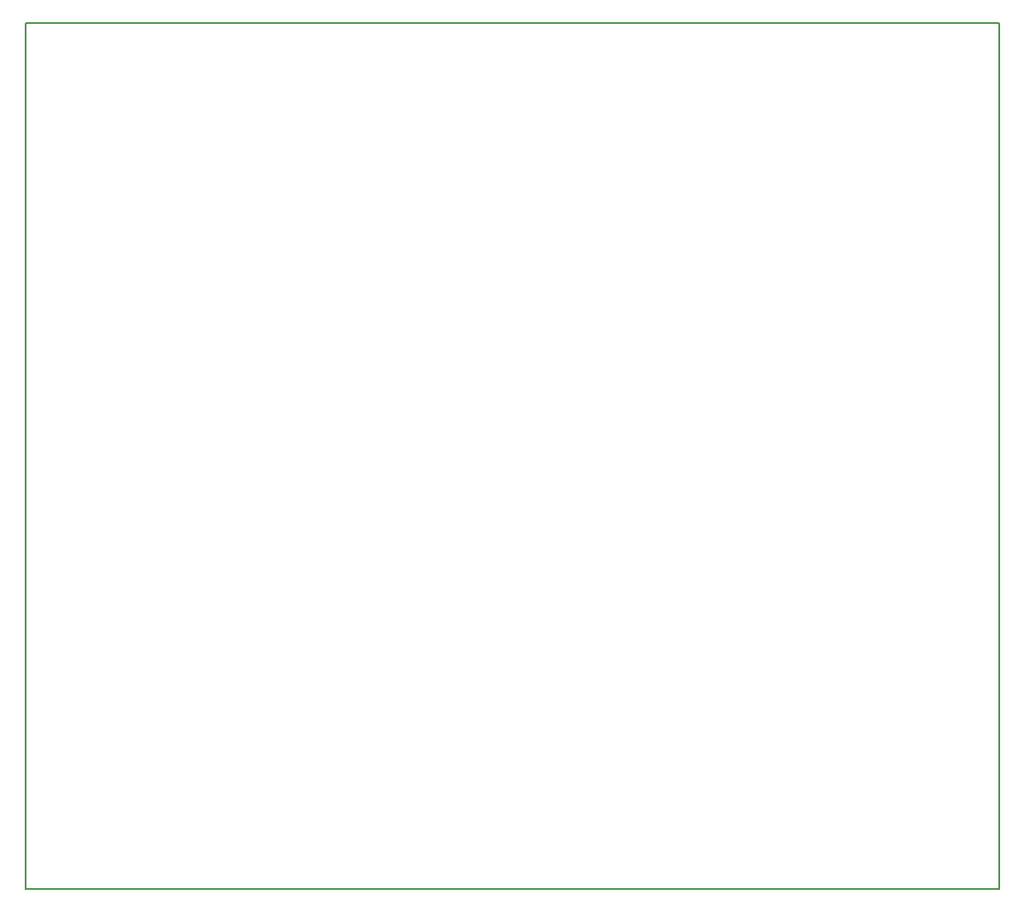
<source format=gbr>
G04 PROTEUS RS274X GERBER FILE*
%FSLAX45Y45*%
%MOMM*%
G01*
%ADD17C,0.203200*%
D17*
X-9700000Y+50000D02*
X-50000Y+50000D01*
X-50000Y+8650000D01*
X-9700000Y+8650000D01*
X-9700000Y+50000D01*
M02*

</source>
